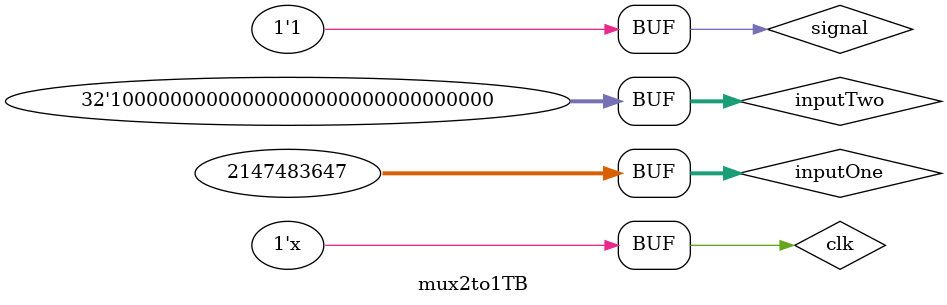
<source format=v>
`timescale 1ns/10ps
module mux2to1TB;

  // Parameters
  parameter WIDTH = 32;
  
  // Inputs
  reg [WIDTH-1:0] inputOne;
  reg [WIDTH-1:0] inputTwo;
  reg signal;
  
  // Outputs
  wire [WIDTH-1:0] out;
  
  // Instantiate the DUT
  mux2_1 dut(
    .inputOne(inputOne),
    .inputTwo(inputTwo),
    .signal(signal),
    .out(out)
  );
  
  // Clock generation
  reg clk = 0;
  always #5 clk = ~clk;
  
  // Test vectors
  initial begin
    // Test case 1
	 #10
    inputOne = 32'h00000001;
    inputTwo = 32'h00000002;
    signal = 0;
    #20;
    if (out != inputOne) $display("Test case 1 failed");
    
    // Test case 2
    inputOne = 32'h00000001;
    inputTwo = 32'h00000002;
    signal = 1;
    #30;
    if (out != inputTwo) $display("Test case 2 failed");
    
    // Test case 3
    inputOne = 32'h7FFFFFFF;
    inputTwo = 32'h80000000;
    signal = 0;
    #40;
    if (out != inputOne) $display("Test case 3 failed");
    
    // Test case 4
    inputOne = 32'h7FFFFFFF;
    inputTwo = 32'h80000000;
    signal = 1;
    #50;
    if (out != inputTwo) $display("Test case 4 failed");
    
    // Add more test cases here...
  end
  
endmodule

</source>
